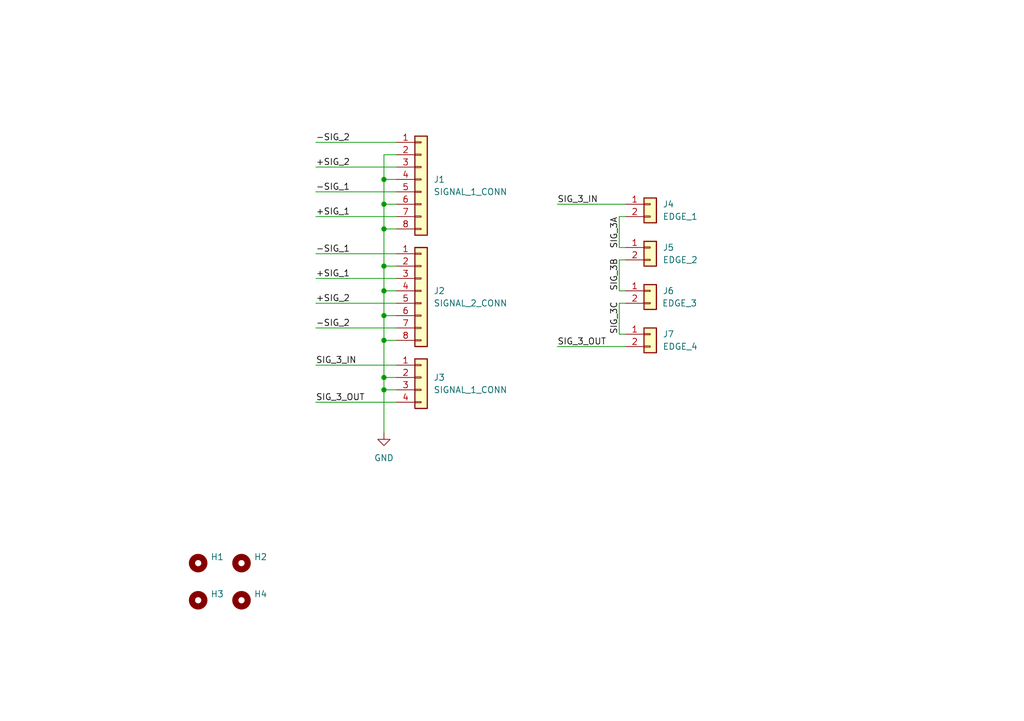
<source format=kicad_sch>
(kicad_sch (version 20250114) (generator "eeschema") (generator_version "9.0")
  (paper "A5")
  (title_block (title "detpan1_C") (date "2025-07-21") (rev "A") (company "TamperSec") (comment 1 "Justin Newkirk"))
  (lib_symbols
    (symbol "Connector_Generic:Conn_01x02" (pin_names (offset 1.016) (hide yes))
      (property "Reference" "J" (at 0 2.54 0))
      (property "Value" "Conn_01x02" (at 0 -5.08 0))
      (symbol "Conn_01x02_1_1"
        (rectangle (start -1.27 1.27) (end 1.27 -3.81) (stroke (width 0.254)) (fill (type background)))
        (rectangle (start -1.27 0.127) (end 0 -0.127) (stroke (width 0.1524)))
        (rectangle (start -1.27 -2.413) (end 0 -2.667) (stroke (width 0.1524)))
        (pin passive line (at -5.08 0 0) (length 3.81) (name "Pin_1") (number "1"))
        (pin passive line (at -5.08 -2.54 0) (length 3.81) (name "Pin_2") (number "2"))
      )
    )
    (symbol "Connector_Generic:Conn_01x04" (pin_names (offset 1.016) (hide yes))
      (property "Reference" "J" (at 0 5.08 0))
      (property "Value" "Conn_01x04" (at 0 -7.62 0))
      (symbol "Conn_01x04_1_1"
        (rectangle (start -1.27 3.81) (end 1.27 -6.35) (stroke (width 0.254)) (fill (type background)))
        (rectangle (start -1.27 2.667) (end 0 2.413) (stroke (width 0.1524)))
        (rectangle (start -1.27 0.127) (end 0 -0.127) (stroke (width 0.1524)))
        (rectangle (start -1.27 -2.413) (end 0 -2.667) (stroke (width 0.1524)))
        (rectangle (start -1.27 -4.953) (end 0 -5.207) (stroke (width 0.1524)))
        (pin passive line (at -5.08 2.54 0) (length 3.81) (name "Pin_1") (number "1"))
        (pin passive line (at -5.08 0 0) (length 3.81) (name "Pin_2") (number "2"))
        (pin passive line (at -5.08 -2.54 0) (length 3.81) (name "Pin_3") (number "3"))
        (pin passive line (at -5.08 -5.08 0) (length 3.81) (name "Pin_4") (number "4"))
      )
    )
    (symbol "Connector_Generic:Conn_01x08" (pin_names (offset 1.016) (hide yes))
      (property "Reference" "J" (at 0 10.16 0))
      (property "Value" "Conn_01x08" (at 0 -12.7 0))
      (symbol "Conn_01x08_1_1"
        (rectangle (start -1.27 8.89) (end 1.27 -11.43) (stroke (width 0.254)) (fill (type background)))
        (rectangle (start -1.27 7.747) (end 0 7.493) (stroke (width 0.1524)))
        (rectangle (start -1.27 5.207) (end 0 4.953) (stroke (width 0.1524)))
        (rectangle (start -1.27 2.667) (end 0 2.413) (stroke (width 0.1524)))
        (rectangle (start -1.27 0.127) (end 0 -0.127) (stroke (width 0.1524)))
        (rectangle (start -1.27 -2.413) (end 0 -2.667) (stroke (width 0.1524)))
        (rectangle (start -1.27 -4.953) (end 0 -5.207) (stroke (width 0.1524)))
        (rectangle (start -1.27 -7.493) (end 0 -7.747) (stroke (width 0.1524)))
        (rectangle (start -1.27 -10.033) (end 0 -10.287) (stroke (width 0.1524)))
        (pin passive line (at -5.08 7.62 0) (length 3.81) (name "Pin_1") (number "1"))
        (pin passive line (at -5.08 5.08 0) (length 3.81) (name "Pin_2") (number "2"))
        (pin passive line (at -5.08 2.54 0) (length 3.81) (name "Pin_3") (number "3"))
        (pin passive line (at -5.08 0 0) (length 3.81) (name "Pin_4") (number "4"))
        (pin passive line (at -5.08 -2.54 0) (length 3.81) (name "Pin_5") (number "5"))
        (pin passive line (at -5.08 -5.08 0) (length 3.81) (name "Pin_6") (number "6"))
        (pin passive line (at -5.08 -7.62 0) (length 3.81) (name "Pin_7") (number "7"))
        (pin passive line (at -5.08 -10.16 0) (length 3.81) (name "Pin_8") (number "8"))
      )
    )
    (symbol "Mechanical:MountingHole" (pin_names (offset 1.016)) (in_bom no)
      (property "Reference" "H" (at 0 5.08 0))
      (property "Value" "MountingHole" (at 0 3.175 0))
      (symbol "MountingHole_0_1"
        (circle (center 0 0) (radius 1.27) (stroke (width 1.27)))
      )
    )
    (symbol "power:GND" (power) (pin_numbers (hide yes)) (pin_names (offset 0) (hide yes))
      (property "Value" "GND" (at 0 -3.81 0))
      (symbol "GND_0_1"
        (polyline (pts (xy 0 0) (xy 0 -1.27) (xy 1.27 -1.27) (xy 0 -2.54) (xy -1.27 -1.27) (xy 0 -1.27)))
      )
      (symbol "GND_1_1"
        (pin power_in line (at 0 0 270) (length 0) (name "~") (number "1"))
      )
    )
  )
  (junction (at 78.74 36.83))
  (junction (at 78.74 46.99))
  (junction (at 78.74 41.91))
  (junction (at 78.74 64.77))
  (junction (at 78.74 54.61))
  (junction (at 78.74 59.69))
  (junction (at 78.74 69.85))
  (junction (at 78.74 80.01))
  (junction (at 78.74 77.47))
  (wire (pts (xy 78.74 54.61) (xy 81.28 54.61)))
  (wire (pts (xy 78.74 31.75) (xy 78.74 36.83)))
  (wire (pts (xy 78.74 41.91) (xy 78.74 46.99)))
  (wire (pts (xy 64.77 34.29) (xy 81.28 34.29)))
  (wire (pts (xy 64.77 62.23) (xy 81.28 62.23)))
  (wire (pts (xy 78.74 59.69) (xy 81.28 59.69)))
  (wire (pts (xy 78.74 69.85) (xy 81.28 69.85)))
  (wire (pts (xy 78.74 64.77) (xy 81.28 64.77)))
  (wire (pts (xy 78.74 64.77) (xy 78.74 69.85)))
  (wire (pts (xy 64.77 67.31) (xy 81.28 67.31)))
  (wire (pts (xy 78.74 54.61) (xy 78.74 59.69)))
  (wire (pts (xy 64.77 39.37) (xy 81.28 39.37)))
  (wire (pts (xy 114.3 41.91) (xy 128.27 41.91)))
  (wire (pts (xy 78.74 69.85) (xy 78.74 77.47)))
  (wire (pts (xy 78.74 46.99) (xy 78.74 54.61)))
  (wire (pts (xy 127 53.34) (xy 127 59.69)))
  (wire (pts (xy 78.74 36.83) (xy 78.74 41.91)))
  (wire (pts (xy 128.27 53.34) (xy 127 53.34)))
  (wire (pts (xy 78.74 41.91) (xy 81.28 41.91)))
  (wire (pts (xy 81.28 31.75) (xy 78.74 31.75)))
  (wire (pts (xy 127 68.58) (xy 128.27 68.58)))
  (wire (pts (xy 78.74 36.83) (xy 81.28 36.83)))
  (wire (pts (xy 127 50.8) (xy 128.27 50.8)))
  (wire (pts (xy 78.74 80.01) (xy 78.74 88.9)))
  (wire (pts (xy 128.27 62.23) (xy 127 62.23)))
  (wire (pts (xy 64.77 82.55) (xy 81.28 82.55)))
  (wire (pts (xy 128.27 44.45) (xy 127 44.45)))
  (wire (pts (xy 127 44.45) (xy 127 50.8)))
  (wire (pts (xy 64.77 57.15) (xy 81.28 57.15)))
  (wire (pts (xy 78.74 77.47) (xy 81.28 77.47)))
  (wire (pts (xy 114.3 71.12) (xy 128.27 71.12)))
  (wire (pts (xy 64.77 29.21) (xy 81.28 29.21)))
  (wire (pts (xy 64.77 52.07) (xy 81.28 52.07)))
  (wire (pts (xy 78.74 80.01) (xy 81.28 80.01)))
  (wire (pts (xy 127 59.69) (xy 128.27 59.69)))
  (wire (pts (xy 78.74 46.99) (xy 81.28 46.99)))
  (wire (pts (xy 64.77 44.45) (xy 81.28 44.45)))
  (wire (pts (xy 127 62.23) (xy 127 68.58)))
  (wire (pts (xy 78.74 59.69) (xy 78.74 64.77)))
  (wire (pts (xy 78.74 77.47) (xy 78.74 80.01)))
  (wire (pts (xy 64.77 74.93) (xy 81.28 74.93)))
  (label "-SIG_1" (at 64.77 52.07 0))
  (label "SIG_3_OUT" (at 114.3 71.12 0))
  (label "-SIG_2" (at 64.77 29.21 0))
  (label "+SIG_2" (at 64.77 34.29 0))
  (label "SIG_3_OUT" (at 64.77 82.55 0))
  (label "SIG_3_IN" (at 114.3 41.91 0))
  (label "+SIG_1" (at 64.77 44.45 0))
  (label "SIG_3C" (at 127 68.58 90))
  (label "+SIG_1" (at 64.77 57.15 0))
  (label "-SIG_2" (at 64.77 67.31 0))
  (label "-SIG_1" (at 64.77 39.37 0))
  (label "+SIG_2" (at 64.77 62.23 0))
  (label "SIG_3_IN" (at 64.77 74.93 0))
  (label "SIG_3B" (at 127 59.69 90))
  (label "SIG_3A" (at 127 44.45 270))
  (symbol (lib_id "Mechanical:MountingHole") (at 40.64 123.19 0) (unit 1) (in_bom no)
    (property "Reference" "H3" (at 43.18 121.9199 0) (effects (justify left)))
    (property "Footprint" "MountingHole:MountingHole_3.2mm_M3" (effects (hide yes)))
    (property "Description" "Mounting Hole without connection" (effects (hide yes)))
  )
  (symbol (lib_id "Connector_Generic:Conn_01x02") (at 133.35 41.91 0) (unit 1)
    (property "Reference" "J4" (at 135.89 41.9099 0) (effects (justify left)))
    (property "Value" "EDGE_1" (at 135.89 44.4499 0) (effects (justify left)))
    (property "Footprint" "Library:EDGE_CONN_IO" (effects (hide yes)))
    (property "Description" "Generic connector, single row, 01x02, script generated (kicad-library-utils/schlib/autogen/connector/)" (effects (hide yes)))
  )
  (symbol (lib_id "Connector_Generic:Conn_01x02") (at 133.35 68.58 0) (unit 1)
    (property "Reference" "J7" (at 135.89 68.5799 0) (effects (justify left)))
    (property "Value" "EDGE_4" (at 135.89 71.1199 0) (effects (justify left)))
    (property "Footprint" "Library:EDGE_CONN_IO" (effects (hide yes)))
    (property "Description" "Generic connector, single row, 01x02, script generated (kicad-library-utils/schlib/autogen/connector/)" (effects (hide yes)))
  )
  (symbol (lib_id "Mechanical:MountingHole") (at 49.53 123.19 0) (unit 1) (in_bom no)
    (property "Reference" "H4" (at 52.07 121.9199 0) (effects (justify left)))
    (property "Footprint" "MountingHole:MountingHole_3.2mm_M3" (effects (hide yes)))
    (property "Description" "Mounting Hole without connection" (effects (hide yes)))
  )
  (symbol (lib_id "Mechanical:MountingHole") (at 40.64 115.57 0) (unit 1) (in_bom no)
    (property "Reference" "H1" (at 43.18 114.2999 0) (effects (justify left)))
    (property "Footprint" "MountingHole:MountingHole_3.2mm_M3" (effects (hide yes)))
    (property "Description" "Mounting Hole without connection" (effects (hide yes)))
  )
  (symbol (lib_id "power:GND") (at 78.74 88.9 0) (unit 1)
    (property "Reference" "#PWR01" (effects (hide yes)))
    (property "Value" "GND" (at 78.74 93.98 0))
    (property "Description" "Power symbol creates a global label with name \"GND\" , ground" (effects (hide yes)))
  )
  (symbol (lib_id "Connector_Generic:Conn_01x02") (at 133.35 59.69 0) (unit 1)
    (property "Reference" "J6" (at 135.89 59.6899 0) (effects (justify left)))
    (property "Value" "EDGE_3" (at 143.002 62.23 0) (effects (justify right)))
    (property "Footprint" "Library:EDGE_CONN_IO" (effects (hide yes)))
    (property "Description" "Generic connector, single row, 01x02, script generated (kicad-library-utils/schlib/autogen/connector/)" (effects (hide yes)))
  )
  (symbol (lib_id "Mechanical:MountingHole") (at 49.53 115.57 0) (unit 1) (in_bom no)
    (property "Reference" "H2" (at 52.07 114.2999 0) (effects (justify left)))
    (property "Footprint" "MountingHole:MountingHole_3.2mm_M3" (effects (hide yes)))
    (property "Description" "Mounting Hole without connection" (effects (hide yes)))
  )
  (symbol (lib_id "Connector_Generic:Conn_01x08") (at 86.36 36.83 0) (unit 1)
    (property "Reference" "J1" (at 88.9 36.8299 0) (effects (justify left)))
    (property "Value" "SIGNAL_1_CONN" (at 88.9 39.3699 0) (effects (justify left)))
    (property "Footprint" "Connector_JST:JST_GH_BM08B-GHS-TBT_1x08-1MP_P1.25mm_Vertical" (effects (hide yes)))
    (property "Description" "Generic connector, single row, 01x08, script generated (kicad-library-utils/schlib/autogen/connector/)" (effects (hide yes)))
  )
  (symbol (lib_id "Connector_Generic:Conn_01x08") (at 86.36 59.69 0) (unit 1)
    (property "Reference" "J2" (at 88.9 59.6899 0) (effects (justify left)))
    (property "Value" "SIGNAL_2_CONN" (at 88.9 62.2299 0) (effects (justify left)))
    (property "Footprint" "Connector_JST:JST_GH_BM08B-GHS-TBT_1x08-1MP_P1.25mm_Vertical" (effects (hide yes)))
    (property "Description" "Generic connector, single row, 01x08, script generated (kicad-library-utils/schlib/autogen/connector/)" (effects (hide yes)))
  )
  (symbol (lib_id "Connector_Generic:Conn_01x04") (at 86.36 77.47 0) (unit 1)
    (property "Reference" "J3" (at 88.9 77.4699 0) (effects (justify left)))
    (property "Value" "SIGNAL_1_CONN" (at 88.9 80.0099 0) (effects (justify left)))
    (property "Footprint" "Connector_JST:JST_GH_BM04B-GHS-TBT_1x04-1MP_P1.25mm_Vertical" (effects (hide yes)))
    (property "Description" "Generic connector, single row, 01x04, script generated (kicad-library-utils/schlib/autogen/connector/)" (effects (hide yes)))
    (property "JLCPCB Part #" "C225120" (effects (hide yes)))
  )
  (symbol (lib_id "Connector_Generic:Conn_01x02") (at 133.35 50.8 0) (unit 1)
    (property "Reference" "J5" (at 135.89 50.7999 0) (effects (justify left)))
    (property "Value" "EDGE_2" (at 135.89 53.3399 0) (effects (justify left)))
    (property "Footprint" "Library:EDGE_CONN_IO" (effects (hide yes)))
    (property "Description" "Generic connector, single row, 01x02, script generated (kicad-library-utils/schlib/autogen/connector/)" (effects (hide yes)))
  )
)
</source>
